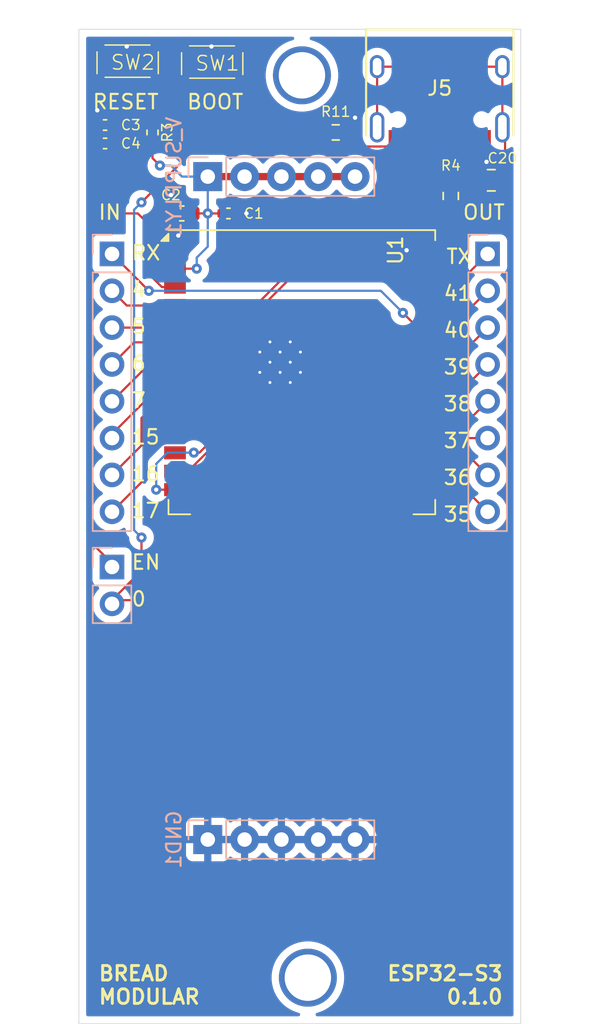
<source format=kicad_pcb>
(kicad_pcb (version 20241229) (generator "pcbnew") (generator_version "9.0")
  (layers (0 "F.Cu" signal) (2 "B.Cu" signal) (13 "F.Paste" user) (15 "B.Paste" user) (5 "F.SilkS" user "F.Silkscreen") (7 "B.SilkS" user "B.Silkscreen") (1 "F.Mask" user) (3 "B.Mask" user) (25 "Edge.Cuts" user))
  (net 0 "")
  (net 1 "GND")
  (net 2 "V_SUPPLY")
  (net 3 "EN")
  (net 4 "Net-(J5-SHIELD)")
  (net 5 "IO5")
  (net 6 "IO6")
  (net 7 "RX")
  (net 8 "IO17")
  (net 9 "IO15")
  (net 10 "IO16")
  (net 11 "IO4")
  (net 12 "IO7")
  (net 13 "USB_D+")
  (net 14 "USB_D-")
  (net 15 "Net-(J5-CC2)")
  (net 16 "Net-(J5-VBUS-PadA4)")
  (net 17 "Net-(J5-CC1)")
  (net 18 "IO37")
  (net 19 "IO36")
  (net 20 "TX")
  (net 21 "IO35")
  (net 22 "IO41")
  (net 23 "IO40")
  (net 24 "IO39")
  (net 25 "IO38")
  (net 26 "IO0")
  (footprint "Resistor_SMD:R_0402_1005Metric" (layer "F.Cu") (at 52.07 47.754 90)
    (property "Reference" "R3" (at 0.002 1.016 90) (layer "F.SilkS") (effects (font (size 0.7 0.7) (thickness 0.1))))
    (property "Value" "10k")
    (fp_line (start -0.153641 -0.38) (end 0.153641 -0.38) (stroke (width 0.12)) (layer "F.SilkS"))
    (fp_line (start -0.153641 0.38) (end 0.153641 0.38) (stroke (width 0.12)) (layer "F.SilkS"))
    (pad "1" smd roundrect (at -0.51 0 90) (size 0.54 0.64) (layers "F.Cu" "F.Mask" "F.Paste") (net 2 "V_SUPPLY"))
    (pad "2" smd roundrect (at 0.51 0 90) (size 0.54 0.64) (layers "F.Cu" "F.Mask" "F.Paste") (net 3 "EN"))
  )
  (footprint "Capacitor_SMD:C_0402_1005Metric" (layer "F.Cu") (at 48.796 48.514)
    (property "Reference" "C4" (at 1.778 0 0) (layer "F.SilkS") (effects (font (size 0.7 0.7) (thickness 0.1))))
    (property "Value" "0.1uf")
    (fp_line (start -0.107836 -0.36) (end 0.107836 -0.36) (stroke (width 0.12)) (layer "F.SilkS"))
    (fp_line (start -0.107836 0.36) (end 0.107836 0.36) (stroke (width 0.12)) (layer "F.SilkS"))
    (pad "1" smd roundrect (at -0.48 0) (size 0.56 0.62) (layers "F.Cu" "F.Mask" "F.Paste") (net 1 "GND"))
    (pad "2" smd roundrect (at 0.48 0) (size 0.56 0.62) (layers "F.Cu" "F.Mask" "F.Paste") (net 3 "EN"))
  )
  (footprint "BreadModular_TypeC:HRO-TYPE-C-31-M-12" (layer "F.Cu") (at 71.882 40.619 180)
    (property "Reference" "J5" (at 0 -4.085 0) (layer "F.SilkS"))
    (property "Value" "USB_C_Receptacle_USB2.0_14P")
    (fp_line (start 5.08 -0.033) (end 5.08 -7.333) (stroke (width 0.15)) (layer "F.SilkS"))
    (fp_line (start -5.08 -0.033) (end 5.08 -0.033) (stroke (width 0.15)) (layer "F.SilkS"))
    (fp_line (start -5.08 -0.033) (end -5.08 -7.333) (stroke (width 0.15)) (layer "F.SilkS"))
    (pad "" np_thru_hole circle (at -2.89 -6.25 180) (size 0.65 0.65) (drill 0.65) (layers "*.Cu" "*.Mask"))
    (pad "" np_thru_hole circle (at 2.89 -6.25 180) (size 0.65 0.65) (drill 0.65) (layers "*.Cu" "*.Mask"))
    (pad "A1" smd rect (at -3.225 -7.695 180) (size 0.6 1.45) (layers "F.Cu" "F.Mask" "F.Paste") (net 1 "GND"))
    (pad "A4" smd rect (at -2.45 -7.695 180) (size 0.6 1.45) (layers "F.Cu" "F.Mask" "F.Paste") (net 16 "Net-(J5-VBUS-PadA4)"))
    (pad "A5" smd rect (at -1.25 -7.695 180) (size 0.3 1.45) (layers "F.Cu" "F.Mask" "F.Paste") (net 17 "Net-(J5-CC1)"))
    (pad "A6" smd rect (at -0.25 -7.695 180) (size 0.3 1.45) (layers "F.Cu" "F.Mask" "F.Paste") (net 13 "USB_D+"))
    (pad "A7" smd rect (at 0.25 -7.695 180) (size 0.3 1.45) (layers "F.Cu" "F.Mask" "F.Paste") (net 14 "USB_D-"))
    (pad "A8" smd rect (at 1.25 -7.695 180) (size 0.3 1.45) (layers "F.Cu" "F.Mask" "F.Paste"))
    (pad "A9" smd rect (at 2.45 -7.695 180) (size 0.6 1.45) (layers "F.Cu" "F.Mask" "F.Paste") (net 16 "Net-(J5-VBUS-PadA4)"))
    (pad "A12" smd rect (at 3.225 -7.695 180) (size 0.6 1.45) (layers "F.Cu" "F.Mask" "F.Paste") (net 1 "GND"))
    (pad "B5" smd rect (at 1.75 -7.695 180) (size 0.3 1.45) (layers "F.Cu" "F.Mask" "F.Paste") (net 15 "Net-(J5-CC2)"))
    (pad "B6" smd rect (at 0.75 -7.695 180) (size 0.3 1.45) (layers "F.Cu" "F.Mask" "F.Paste") (net 13 "USB_D+"))
    (pad "B7" smd rect (at -0.75 -7.695 180) (size 0.3 1.45) (layers "F.Cu" "F.Mask" "F.Paste") (net 14 "USB_D-"))
    (pad "B8" smd rect (at -1.75 -7.695 180) (size 0.3 1.45) (layers "F.Cu" "F.Mask" "F.Paste"))
    (pad "S1" thru_hole oval (at -4.32 -6.78 180) (size 1 2.1) (drill oval 0.6 1.7) (layers "*.Cu" "*.Paste" "*.Mask") (net 4 "Net-(J5-SHIELD)"))
    (pad "S1" thru_hole oval (at -4.32 -2.6 180) (size 1 1.6) (drill oval 0.6 1.2) (layers "*.Cu" "*.Paste" "*.Mask") (net 4 "Net-(J5-SHIELD)"))
    (pad "S1" thru_hole oval (at 4.32 -6.78 180) (size 1 2.1) (drill oval 0.6 1.7) (layers "*.Cu" "*.Paste" "*.Mask") (net 4 "Net-(J5-SHIELD)"))
    (pad "S1" thru_hole oval (at 4.32 -2.6 180) (size 1 1.6) (drill oval 0.6 1.2) (layers "*.Cu" "*.Paste" "*.Mask") (net 4 "Net-(J5-SHIELD)"))
  )
  (footprint "BreadModular_MISC:K2-1808SN-A4SW-01" (layer "F.Cu") (at 56.124 42.987)
    (property "Reference" "SW1" (at 0.425 0 0) (layer "F.SilkS") (effects (font (thickness 0.1))))
    (property "Value" "K2-1808SN-A4SW-01")
    (fp_line (start -2.05 -0.725) (end -2.05 0.775) (stroke (width 0.1)) (layer "F.SilkS"))
    (fp_line (start -1.5 -1.2) (end 1.6 -1.2) (stroke (width 0.1)) (layer "F.SilkS"))
    (fp_line (start -1.49 1.025) (end 1.61 1.025) (stroke (width 0.1)) (layer "F.SilkS"))
    (fp_line (start 2.175 -0.725) (end 2.175 0.775) (stroke (width 0.1)) (layer "F.SilkS"))
    (pad "1" smd rect (at -2.06 -1.1) (size 1.05 0.65) (layers "F.Cu" "F.Mask" "F.Paste") (net 1 "GND"))
    (pad "1" smd rect (at 2.14 -1.1) (size 1.05 0.65) (layers "F.Cu" "F.Mask" "F.Paste") (net 1 "GND"))
    (pad "2" smd rect (at -2.05 1.125) (size 1.05 0.65) (layers "F.Cu" "F.Mask" "F.Paste") (net 26 "IO0"))
    (pad "2" smd rect (at 2.15 1.125) (size 1.05 0.65) (layers "F.Cu" "F.Mask" "F.Paste") (net 26 "IO0"))
  )
  (footprint "BreadModular_MISC:K2-1808SN-A4SW-01" (layer "F.Cu") (at 50.292 42.926)
    (property "Reference" "SW2" (at 0.425 0 0) (layer "F.SilkS") (effects (font (thickness 0.1))))
    (property "Value" "K2-1808SN-A4SW-01")
    (fp_line (start -2.05 -0.725) (end -2.05 0.775) (stroke (width 0.1)) (layer "F.SilkS"))
    (fp_line (start -1.5 -1.2) (end 1.6 -1.2) (stroke (width 0.1)) (layer "F.SilkS"))
    (fp_line (start -1.49 1.025) (end 1.61 1.025) (stroke (width 0.1)) (layer "F.SilkS"))
    (fp_line (start 2.175 -0.725) (end 2.175 0.775) (stroke (width 0.1)) (layer "F.SilkS"))
    (pad "1" smd rect (at -2.06 -1.1) (size 1.05 0.65) (layers "F.Cu" "F.Mask" "F.Paste") (net 1 "GND"))
    (pad "1" smd rect (at 2.14 -1.1) (size 1.05 0.65) (layers "F.Cu" "F.Mask" "F.Paste") (net 1 "GND"))
    (pad "2" smd rect (at -2.05 1.125) (size 1.05 0.65) (layers "F.Cu" "F.Mask" "F.Paste") (net 3 "EN"))
    (pad "2" smd rect (at 2.15 1.125) (size 1.05 0.65) (layers "F.Cu" "F.Mask" "F.Paste") (net 3 "EN"))
  )
  (footprint "Capacitor_SMD:C_0805_2012Metric" (layer "F.Cu") (at 75.438 51.054 180)
    (property "Reference" "C20" (at -0.762 1.524 0) (layer "F.SilkS") (effects (font (size 0.7 0.7) (thickness 0.1))))
    (property "Value" "10nf")
    (fp_line (start -0.261252 0.735) (end 0.261252 0.735) (stroke (width 0.12)) (layer "F.SilkS"))
    (fp_line (start -0.261252 -0.735) (end 0.261252 -0.735) (stroke (width 0.12)) (layer "F.SilkS"))
    (pad "1" smd roundrect (at -0.95 0 180) (size 1 1.45) (layers "F.Cu" "F.Mask" "F.Paste") (net 4 "Net-(J5-SHIELD)"))
    (pad "2" smd roundrect (at 0.95 0 180) (size 1 1.45) (layers "F.Cu" "F.Mask" "F.Paste") (net 1 "GND"))
  )
  (footprint "Capacitor_SMD:C_0402_1005Metric" (layer "F.Cu") (at 57.305 53.34)
    (property "Reference" "C1" (at 1.75 0 0) (layer "F.SilkS") (effects (font (size 0.7 0.7) (thickness 0.1))))
    (property "Value" "0.1uf")
    (fp_line (start -0.107836 -0.36) (end 0.107836 -0.36) (stroke (width 0.12)) (layer "F.SilkS"))
    (fp_line (start -0.107836 0.36) (end 0.107836 0.36) (stroke (width 0.12)) (layer "F.SilkS"))
    (pad "1" smd roundrect (at -0.48 0) (size 0.56 0.62) (layers "F.Cu" "F.Mask" "F.Paste") (net 2 "V_SUPPLY"))
    (pad "2" smd roundrect (at 0.48 0) (size 0.56 0.62) (layers "F.Cu" "F.Mask" "F.Paste") (net 1 "GND"))
  )
  (footprint "Capacitor_SMD:C_0402_1005Metric" (layer "F.Cu") (at 48.796 47.244)
    (property "Reference" "C3" (at 1.778 0 0) (layer "F.SilkS") (effects (font (size 0.7 0.7) (thickness 0.1))))
    (property "Value" "1uf")
    (fp_line (start -0.107836 -0.36) (end 0.107836 -0.36) (stroke (width 0.12)) (layer "F.SilkS"))
    (fp_line (start -0.107836 0.36) (end 0.107836 0.36) (stroke (width 0.12)) (layer "F.SilkS"))
    (pad "1" smd roundrect (at -0.48 0) (size 0.56 0.62) (layers "F.Cu" "F.Mask" "F.Paste") (net 1 "GND"))
    (pad "2" smd roundrect (at 0.48 0) (size 0.56 0.62) (layers "F.Cu" "F.Mask" "F.Paste") (net 3 "EN"))
  )
  (footprint "RF_Module:ESP32-S3-WROOM-1U" (layer "F.Cu") (at 62.37 64.29)
    (property "Reference" "U1" (at 6.464 -8.41 90) (layer "F.SilkS"))
    (property "Value" "ESP32-S3-WROOM-1U-N16R8")
    (fp_line (start -9.2 -9.8) (end 9.2 -9.8) (stroke (width 0.12)) (layer "F.SilkS"))
    (fp_line (start -9.2 8.8) (end -9.2 9.8) (stroke (width 0.12)) (layer "F.SilkS"))
    (fp_line (start -9.2 9.8) (end -7.7 9.8) (stroke (width 0.12)) (layer "F.SilkS"))
    (fp_line (start 9.2 -9.8) (end 9.2 -9.1) (stroke (width 0.12)) (layer "F.SilkS"))
    (fp_line (start 9.2 9.8) (end 7.7 9.8) (stroke (width 0.12)) (layer "F.SilkS"))
    (fp_line (start 9.2 9.8) (end 9.2 8.8) (stroke (width 0.12)) (layer "F.SilkS"))
    (fp_poly (pts (xy -9.2 -9.05) (xy -9.7 -9.05) (xy -9.2 -9.55) (xy -9.2 -9.05)) (stroke (width 0.12)) (fill yes) (layer "F.SilkS"))
    (pad "1" smd rect (at -8.75 -8.41) (size 1.5 0.9) (layers "F.Cu" "F.Mask" "F.Paste") (net 1 "GND"))
    (pad "2" smd rect (at -8.75 -7.14) (size 1.5 0.9) (layers "F.Cu" "F.Mask" "F.Paste") (net 2 "V_SUPPLY"))
    (pad "3" smd rect (at -8.75 -5.87) (size 1.5 0.9) (layers "F.Cu" "F.Mask" "F.Paste") (net 3 "EN"))
    (pad "4" smd rect (at -8.75 -4.6) (size 1.5 0.9) (layers "F.Cu" "F.Mask" "F.Paste") (net 11 "IO4"))
    (pad "5" smd rect (at -8.75 -3.33) (size 1.5 0.9) (layers "F.Cu" "F.Mask" "F.Paste") (net 5 "IO5"))
    (pad "6" smd rect (at -8.75 -2.06) (size 1.5 0.9) (layers "F.Cu" "F.Mask" "F.Paste") (net 6 "IO6"))
    (pad "7" smd rect (at -8.75 -0.79) (size 1.5 0.9) (layers "F.Cu" "F.Mask" "F.Paste") (net 12 "IO7"))
    (pad "8" smd rect (at -8.75 0.48) (size 1.5 0.9) (layers "F.Cu" "F.Mask" "F.Paste") (net 9 "IO15"))
    (pad "9" smd rect (at -8.75 1.75) (size 1.5 0.9) (layers "F.Cu" "F.Mask" "F.Paste") (net 10 "IO16"))
    (pad "10" smd rect (at -8.75 3.02) (size 1.5 0.9) (layers "F.Cu" "F.Mask" "F.Paste") (net 8 "IO17"))
    (pad "11" smd rect (at -8.75 4.29) (size 1.5 0.9) (layers "F.Cu" "F.Mask" "F.Paste"))
    (pad "12" smd rect (at -8.75 5.56) (size 1.5 0.9) (layers "F.Cu" "F.Mask" "F.Paste"))
    (pad "13" smd rect (at -8.75 6.83) (size 1.5 0.9) (layers "F.Cu" "F.Mask" "F.Paste") (net 14 "USB_D-"))
    (pad "14" smd rect (at -8.75 8.1 180) (size 1.5 0.9) (layers "F.Cu" "F.Mask" "F.Paste") (net 13 "USB_D+"))
    (pad "15" smd rect (at -6.985 9.35 270) (size 1.5 0.9) (layers "F.Cu" "F.Mask" "F.Paste"))
    (pad "16" smd rect (at -5.715 9.35 270) (size 1.5 0.9) (layers "F.Cu" "F.Mask" "F.Paste"))
    (pad "17" smd rect (at -4.445 9.35 270) (size 1.5 0.9) (layers "F.Cu" "F.Mask" "F.Paste"))
    (pad "18" smd rect (at -3.175 9.35 270) (size 1.5 0.9) (layers "F.Cu" "F.Mask" "F.Paste"))
    (pad "19" smd rect (at -1.905 9.35 270) (size 1.5 0.9) (layers "F.Cu" "F.Mask" "F.Paste"))
    (pad "20" smd rect (at -0.635 9.35 270) (size 1.5 0.9) (layers "F.Cu" "F.Mask" "F.Paste"))
    (pad "21" smd rect (at 0.635 9.35 270) (size 1.5 0.9) (layers "F.Cu" "F.Mask" "F.Paste"))
    (pad "22" smd rect (at 1.905 9.35 270) (size 1.5 0.9) (layers "F.Cu" "F.Mask" "F.Paste"))
    (pad "23" smd rect (at 3.175 9.35 270) (size 1.5 0.9) (layers "F.Cu" "F.Mask" "F.Paste"))
    (pad "24" smd rect (at 4.445 9.35 270) (size 1.5 0.9) (layers "F.Cu" "F.Mask" "F.Paste"))
    (pad "25" smd rect (at 5.715 9.35 270) (size 1.5 0.9) (layers "F.Cu" "F.Mask" "F.Paste"))
    (pad "26" smd rect (at 6.985 9.35 270) (size 1.5 0.9) (layers "F.Cu" "F.Mask" "F.Paste"))
    (pad "27" smd rect (at 8.75 8.1) (size 1.5 0.9) (layers "F.Cu" "F.Mask" "F.Paste") (net 26 "IO0"))
    (pad "28" smd rect (at 8.75 6.83) (size 1.5 0.9) (layers "F.Cu" "F.Mask" "F.Paste") (net 21 "IO35"))
    (pad "29" smd rect (at 8.75 5.56) (size 1.5 0.9) (layers "F.Cu" "F.Mask" "F.Paste") (net 19 "IO36"))
    (pad "30" smd rect (at 8.75 4.29) (size 1.5 0.9) (layers "F.Cu" "F.Mask" "F.Paste") (net 18 "IO37"))
    (pad "31" smd rect (at 8.75 3.02) (size 1.5 0.9) (layers "F.Cu" "F.Mask" "F.Paste") (net 25 "IO38"))
    (pad "32" smd rect (at 8.75 1.75) (size 1.5 0.9) (layers "F.Cu" "F.Mask" "F.Paste") (net 24 "IO39"))
    (pad "33" smd rect (at 8.75 0.48) (size 1.5 0.9) (layers "F.Cu" "F.Mask" "F.Paste") (net 23 "IO40"))
    (pad "34" smd rect (at 8.75 -0.79) (size 1.5 0.9) (layers "F.Cu" "F.Mask" "F.Paste") (net 22 "IO41"))
    (pad "35" smd rect (at 8.75 -2.06) (size 1.5 0.9) (layers "F.Cu" "F.Mask" "F.Paste"))
    (pad "36" smd rect (at 8.75 -3.33) (size 1.5 0.9) (layers "F.Cu" "F.Mask" "F.Paste") (net 7 "RX"))
    (pad "37" smd rect (at 8.75 -4.6) (size 1.5 0.9) (layers "F.Cu" "F.Mask" "F.Paste") (net 20 "TX"))
    (pad "38" smd rect (at 8.75 -5.87) (size 1.5 0.9) (layers "F.Cu" "F.Mask" "F.Paste"))
    (pad "39" smd rect (at 8.75 -7.14) (size 1.5 0.9) (layers "F.Cu" "F.Mask" "F.Paste"))
    (pad "40" smd rect (at 8.75 -8.41) (size 1.5 0.9) (layers "F.Cu" "F.Mask" "F.Paste") (net 1 "GND"))
    (pad "41" thru_hole circle (at -2.9 -1.39) (size 0.6 0.6) (drill 0.2) (property pad_prop_heatsink) (layers "*.Cu" "F.Mask") (net 1 "GND"))
    (pad "41" thru_hole circle (at -2.9 0.01) (size 0.6 0.6) (drill 0.2) (property pad_prop_heatsink) (layers "*.Cu" "F.Mask") (net 1 "GND"))
    (pad "41" thru_hole circle (at -2.2 -2.09) (size 0.6 0.6) (drill 0.2) (property pad_prop_heatsink) (layers "*.Cu" "F.Mask") (net 1 "GND"))
    (pad "41" thru_hole circle (at -2.2 -0.69) (size 0.6 0.6) (drill 0.2) (property pad_prop_heatsink) (layers "*.Cu" "F.Mask") (net 1 "GND"))
    (pad "41" thru_hole circle (at -2.2 0.71) (size 0.6 0.6) (drill 0.2) (property pad_prop_heatsink) (layers "*.Cu" "F.Mask") (net 1 "GND"))
    (pad "41" thru_hole circle (at -1.5 -1.39) (size 0.6 0.6) (drill 0.2) (property pad_prop_heatsink) (layers "*.Cu" "F.Mask") (net 1 "GND"))
    (pad "41" smd rect (at -1.5 -0.69) (size 3.9 3.9) (property pad_prop_heatsink) (layers "F.Cu" "F.Mask") (net 1 "GND"))
    (pad "41" thru_hole circle (at -1.5 0.01) (size 0.6 0.6) (drill 0.2) (property pad_prop_heatsink) (layers "*.Cu" "F.Mask") (net 1 "GND"))
    (pad "41" thru_hole circle (at -0.8 -2.09) (size 0.6 0.6) (drill 0.2) (property pad_prop_heatsink) (layers "*.Cu" "F.Mask") (net 1 "GND"))
    (pad "41" thru_hole circle (at -0.8 -0.69) (size 0.6 0.6) (drill 0.2) (property pad_prop_heatsink) (layers "*.Cu" "F.Mask") (net 1 "GND"))
    (pad "41" thru_hole circle (at -0.8 0.71) (size 0.6 0.6) (drill 0.2) (property pad_prop_heatsink) (layers "*.Cu" "F.Mask") (net 1 "GND"))
    (pad "41" thru_hole circle (at -0.1 -1.39) (size 0.6 0.6) (drill 0.2) (property pad_prop_heatsink) (layers "*.Cu" "F.Mask") (net 1 "GND"))
    (pad "41" thru_hole circle (at -0.1 0.01) (size 0.6 0.6) (drill 0.2) (property pad_prop_heatsink) (layers "*.Cu" "F.Mask") (net 1 "GND"))
  )
  (footprint "Resistor_SMD:R_0603_1608Metric" (layer "F.Cu") (at 72.644 52.133 -90)
    (property "Reference" "R4" (at -2.095 0 0) (layer "F.SilkS") (effects (font (size 0.7 0.7) (thickness 0.1))))
    (property "Value" "5.1k")
    (fp_line (start -0.237258 0.5225) (end 0.237258 0.5225) (stroke (width 0.12)) (layer "F.SilkS"))
    (fp_line (start -0.237258 -0.5225) (end 0.237258 -0.5225) (stroke (width 0.12)) (layer "F.SilkS"))
    (pad "1" smd roundrect (at -0.825 0 270) (size 0.8 0.95) (layers "F.Cu" "F.Mask" "F.Paste") (net 17 "Net-(J5-CC1)"))
    (pad "2" smd roundrect (at 0.825 0 270) (size 0.8 0.95) (layers "F.Cu" "F.Mask" "F.Paste") (net 1 "GND"))
  )
  (footprint "Resistor_SMD:R_0603_1608Metric" (layer "F.Cu") (at 64.707 47.752)
    (property "Reference" "R11" (at 0 -1.43 0) (layer "F.SilkS") (effects (font (size 0.7 0.7) (thickness 0.1))))
    (property "Value" "5.1k")
    (fp_line (start -0.237258 -0.5225) (end 0.237258 -0.5225) (stroke (width 0.12)) (layer "F.SilkS"))
    (fp_line (start -0.237258 0.5225) (end 0.237258 0.5225) (stroke (width 0.12)) (layer "F.SilkS"))
    (pad "1" smd roundrect (at -0.825 0) (size 0.8 0.95) (layers "F.Cu" "F.Mask" "F.Paste") (net 15 "Net-(J5-CC2)"))
    (pad "2" smd roundrect (at 0.825 0) (size 0.8 0.95) (layers "F.Cu" "F.Mask" "F.Paste") (net 1 "GND"))
  )
  (footprint "Capacitor_SMD:C_0603_1608Metric" (layer "F.Cu") (at 54.089 53.34 180)
    (property "Reference" "C2" (at 0.749 1.27 0) (layer "F.SilkS") (effects (font (size 0.7 0.7) (thickness 0.1))))
    (property "Value" "22uf")
    (fp_line (start -0.14058 0.51) (end 0.14058 0.51) (stroke (width 0.12)) (layer "F.SilkS"))
    (fp_line (start -0.14058 -0.51) (end 0.14058 -0.51) (stroke (width 0.12)) (layer "F.SilkS"))
    (pad "1" smd roundrect (at -0.775 0 180) (size 0.9 0.95) (layers "F.Cu" "F.Mask" "F.Paste") (net 2 "V_SUPPLY"))
    (pad "2" smd roundrect (at 0.775 0 180) (size 0.9 0.95) (layers "F.Cu" "F.Mask" "F.Paste") (net 1 "GND"))
  )
  (footprint "BreadModular_MISC:Power_Connector" (layer "B.Cu") (at 55.88 50.8 -90)
    (property "Reference" "V_SUPPLY1" (at 0 2.33 90) (layer "B.SilkS") (effects (justify mirror)))
    (property "Value" "Conn_01x05_Pin")
    (fp_line (start -1.33 1.33) (end -1.33 0) (stroke (width 0.12)) (layer "B.SilkS"))
    (fp_line (start 0 1.33) (end -1.33 1.33) (stroke (width 0.12)) (layer "B.SilkS"))
    (fp_line (start 1.33 -1.27) (end -1.33 -1.27) (stroke (width 0.12)) (layer "B.SilkS"))
    (fp_line (start -1.33 -11.49) (end -1.33 -1.27) (stroke (width 0.12)) (layer "B.SilkS"))
    (fp_line (start 1.33 -11.49) (end 1.33 -1.27) (stroke (width 0.12)) (layer "B.SilkS"))
    (fp_line (start 1.33 -11.49) (end -1.33 -11.49) (stroke (width 0.12)) (layer "B.SilkS"))
    (pad "1" thru_hole rect (at 0 0 270) (size 2 2) (drill 1) (layers "*.Cu" "*.Mask") (net 2 "V_SUPPLY"))
    (pad "2" thru_hole oval (at 0 -2.54 270) (size 2 2) (drill 1) (layers "*.Cu" "*.Mask") (net 2 "V_SUPPLY"))
    (pad "3" thru_hole oval (at 0 -5.08 270) (size 2 2) (drill 1) (layers "*.Cu" "*.Mask") (net 2 "V_SUPPLY"))
    (pad "4" thru_hole oval (at 0 -7.62 270) (size 2 2) (drill 1) (layers "*.Cu" "*.Mask") (net 2 "V_SUPPLY"))
    (pad "5" thru_hole oval (at 0 -10.16 270) (size 2 2) (drill 1) (layers "*.Cu" "*.Mask") (net 2 "V_SUPPLY"))
  )
  (footprint "Connector_PinSocket_2.54mm:PinSocket_1x08_P2.54mm_Vertical" (layer "B.Cu") (at 49.276 56.134 180)
    (property "Reference" "INPUT1")
    (property "Value" "Conn_01x08_Socket")
    (fp_line (start 1.33 1.33) (end 1.33 0) (stroke (width 0.12)) (layer "B.SilkS"))
    (fp_line (start 1.33 -1.27) (end 1.33 -19.11) (stroke (width 0.12)) (layer "B.SilkS"))
    (fp_line (start 0 1.33) (end 1.33 1.33) (stroke (width 0.12)) (layer "B.SilkS"))
    (fp_line (start -1.33 -1.27) (end 1.33 -1.27) (stroke (width 0.12)) (layer "B.SilkS"))
    (fp_line (start -1.33 -1.27) (end -1.33 -19.11) (stroke (width 0.12)) (layer "B.SilkS"))
    (fp_line (start -1.33 -19.11) (end 1.33 -19.11) (stroke (width 0.12)) (layer "B.SilkS"))
    (pad "1" thru_hole rect (at 0 0 180) (size 1.7 1.7) (drill 1) (layers "*.Cu" "*.Mask") (net 7 "RX"))
    (pad "2" thru_hole circle (at 0 -2.54 180) (size 1.7 1.7) (drill 1) (layers "*.Cu" "*.Mask") (net 11 "IO4"))
    (pad "3" thru_hole circle (at 0 -5.08 180) (size 1.7 1.7) (drill 1) (layers "*.Cu" "*.Mask") (net 5 "IO5"))
    (pad "4" thru_hole circle (at 0 -7.62 180) (size 1.7 1.7) (drill 1) (layers "*.Cu" "*.Mask") (net 6 "IO6"))
    (pad "5" thru_hole circle (at 0 -10.16 180) (size 1.7 1.7) (drill 1) (layers "*.Cu" "*.Mask") (net 12 "IO7"))
    (pad "6" thru_hole circle (at 0 -12.7 180) (size 1.7 1.7) (drill 1) (layers "*.Cu" "*.Mask") (net 9 "IO15"))
    (pad "7" thru_hole circle (at 0 -15.24 180) (size 1.7 1.7) (drill 1) (layers "*.Cu" "*.Mask") (net 10 "IO16"))
    (pad "8" thru_hole circle (at 0 -17.78 180) (size 1.7 1.7) (drill 1) (layers "*.Cu" "*.Mask") (net 8 "IO17"))
  )
  (footprint "Connector_PinSocket_2.54mm:PinSocket_1x02_P2.54mm_Vertical" (layer "B.Cu") (at 49.276 77.724 180)
    (property "Reference" "INPUT2")
    (property "Value" "Conn_01x02_Socket")
    (fp_line (start 1.33 1.33) (end 1.33 0) (stroke (width 0.12)) (layer "B.SilkS"))
    (fp_line (start 1.33 -1.27) (end 1.33 -3.87) (stroke (width 0.12)) (layer "B.SilkS"))
    (fp_line (start 0 1.33) (end 1.33 1.33) (stroke (width 0.12)) (layer "B.SilkS"))
    (fp_line (start -1.33 -1.27) (end 1.33 -1.27) (stroke (width 0.12)) (layer "B.SilkS"))
    (fp_line (start -1.33 -1.27) (end -1.33 -3.87) (stroke (width 0.12)) (layer "B.SilkS"))
    (fp_line (start -1.33 -3.87) (end 1.33 -3.87) (stroke (width 0.12)) (layer "B.SilkS"))
    (pad "1" thru_hole rect (at 0 0 180) (size 1.7 1.7) (drill 1) (layers "*.Cu" "*.Mask") (net 3 "EN"))
    (pad "2" thru_hole circle (at 0 -2.54 180) (size 1.7 1.7) (drill 1) (layers "*.Cu" "*.Mask") (net 26 "IO0"))
  )
  (footprint "BreadModular_MISC:Power_Connector" (layer "B.Cu") (at 55.88 96.52 -90)
    (property "Reference" "GND1" (at 0 2.33 90) (layer "B.SilkS") (effects (justify mirror)))
    (property "Value" "Conn_01x05_Pin")
    (fp_line (start -1.33 1.33) (end -1.33 0) (stroke (width 0.12)) (layer "B.SilkS"))
    (fp_line (start 0 1.33) (end -1.33 1.33) (stroke (width 0.12)) (layer "B.SilkS"))
    (fp_line (start 1.33 -1.27) (end -1.33 -1.27) (stroke (width 0.12)) (layer "B.SilkS"))
    (fp_line (start -1.33 -11.49) (end -1.33 -1.27) (stroke (width 0.12)) (layer "B.SilkS"))
    (fp_line (start 1.33 -11.49) (end 1.33 -1.27) (stroke (width 0.12)) (layer "B.SilkS"))
    (fp_line (start 1.33 -11.49) (end -1.33 -11.49) (stroke (width 0.12)) (layer "B.SilkS"))
    (pad "1" thru_hole rect (at 0 0 270) (size 2 2) (drill 1) (layers "*.Cu" "*.Mask") (net 1 "GND"))
    (pad "2" thru_hole oval (at 0 -2.54 270) (size 2 2) (drill 1) (layers "*.Cu" "*.Mask") (net 1 "GND"))
    (pad "3" thru_hole oval (at 0 -5.08 270) (size 2 2) (drill 1) (layers "*.Cu" "*.Mask") (net 1 "GND"))
    (pad "4" thru_hole oval (at 0 -7.62 270) (size 2 2) (drill 1) (layers "*.Cu" "*.Mask") (net 1 "GND"))
    (pad "5" thru_hole oval (at 0 -10.16 270) (size 2 2) (drill 1) (layers "*.Cu" "*.Mask") (net 1 "GND"))
  )
  (footprint "Connector_PinSocket_2.54mm:PinSocket_1x08_P2.54mm_Vertical" (layer "B.Cu") (at 75.184 56.134 180)
    (property "Reference" "OUTPUT1")
    (property "Value" "Conn_01x08_Socket")
    (fp_line (start 1.33 1.33) (end 1.33 0) (stroke (width 0.12)) (layer "B.SilkS"))
    (fp_line (start 1.33 -1.27) (end 1.33 -19.11) (stroke (width 0.12)) (layer "B.SilkS"))
    (fp_line (start 0 1.33) (end 1.33 1.33) (stroke (width 0.12)) (layer "B.SilkS"))
    (fp_line (start -1.33 -1.27) (end 1.33 -1.27) (stroke (width 0.12)) (layer "B.SilkS"))
    (fp_line (start -1.33 -1.27) (end -1.33 -19.11) (stroke (width 0.12)) (layer "B.SilkS"))
    (fp_line (start -1.33 -19.11) (end 1.33 -19.11) (stroke (width 0.12)) (layer "B.SilkS"))
    (pad "1" thru_hole rect (at 0 0 180) (size 1.7 1.7) (drill 1) (layers "*.Cu" "*.Mask") (net 20 "TX"))
    (pad "2" thru_hole circle (at 0 -2.54 180) (size 1.7 1.7) (drill 1) (layers "*.Cu" "*.Mask") (net 22 "IO41"))
    (pad "3" thru_hole circle (at 0 -5.08 180) (size 1.7 1.7) (drill 1) (layers "*.Cu" "*.Mask") (net 23 "IO40"))
    (pad "4" thru_hole circle (at 0 -7.62 180) (size 1.7 1.7) (drill 1) (layers "*.Cu" "*.Mask") (net 24 "IO39"))
    (pad "5" thru_hole circle (at 0 -10.16 180) (size 1.7 1.7) (drill 1) (layers "*.Cu" "*.Mask") (net 25 "IO38"))
    (pad "6" thru_hole circle (at 0 -12.7 180) (size 1.7 1.7) (drill 1) (layers "*.Cu" "*.Mask") (net 18 "IO37"))
    (pad "7" thru_hole circle (at 0 -15.24 180) (size 1.7 1.7) (drill 1) (layers "*.Cu" "*.Mask") (net 19 "IO36"))
    (pad "8" thru_hole circle (at 0 -17.78 180) (size 1.7 1.7) (drill 1) (layers "*.Cu" "*.Mask") (net 21 "IO35"))
  )
  (gr_line (start 46.99 109.22) (end 77.47 109.22) (stroke (width 0.05)) (layer "Edge.Cuts"))
  (gr_line (start 77.47 40.64) (end 46.99 40.64) (stroke (width 0.05)) (layer "Edge.Cuts"))
  (gr_line (start 46.99 40.64) (end 46.99 109.22) (stroke (width 0.05)) (layer "Edge.Cuts"))
  (gr_line (start 77.47 109.22) (end 77.47 40.64) (stroke (width 0.05)) (layer "Edge.Cuts"))
  (gr_text "IN" (at 48.26 53.848 0) (layer "F.SilkS") (effects (font (size 1 1)) (justify left bottom)))
  (gr_text "41" (at 74.168 59.436 0) (layer "F.SilkS") (effects (font (size 1 1)) (justify right bottom)))
  (gr_text "38" (at 74.168 67.056 0) (layer "F.SilkS") (effects (font (size 1 1)) (justify right bottom)))
  (gr_text "4" (at 50.546 59.182 0) (layer "F.SilkS") (effects (font (size 1 1)) (justify left bottom)))
  (gr_text "17" (at 50.546 74.422 0) (layer "F.SilkS") (effects (font (size 1 1)) (justify left bottom)))
  (gr_text "OUT" (at 76.454 53.848 0) (layer "F.SilkS") (effects (font (size 1 1)) (justify right bottom)))
  (gr_text "15" (at 50.546 69.342 0) (layer "F.SilkS") (effects (font (size 1 1)) (justify left bottom)))
  (gr_text "16" (at 50.546 71.882 0) (layer "F.SilkS") (effects (font (size 1 1)) (justify left bottom)))
  (gr_text "0" (at 50.546 80.518 0) (layer "F.SilkS") (effects (font (size 1 1)) (justify left bottom)))
  (gr_text "5" (at 50.546 61.722 0) (layer "F.SilkS") (effects (font (size 1 1)) (justify left bottom)))
  (gr_text "ESP32-S3\n0.1.0" (at 76.327 107.95 0) (layer "F.SilkS") (effects (font (size 1 1) (thickness 0.2) (bold yes)) (justify right bottom)))
  (gr_text "BOOT" (at 58.42 46.228 0) (layer "F.SilkS") (effects (font (size 1 1)) (justify right bottom)))
  (gr_text "TX" (at 74.168 56.896 0) (layer "F.SilkS") (effects (font (size 1 1)) (justify right bottom)))
  (gr_text "6" (at 50.546 64.262 0) (layer "F.SilkS") (effects (font (size 1 1)) (justify left bottom)))
  (gr_text "37" (at 74.168 69.596 0) (layer "F.SilkS") (effects (font (size 1 1)) (justify right bottom)))
  (gr_text "RX" (at 50.546 56.642 0) (layer "F.SilkS") (effects (font (size 1 1)) (justify left bottom)))
  (gr_text "7" (at 50.546 66.802 0) (layer "F.SilkS") (effects (font (size 1 1)) (justify left bottom)))
  (gr_text "36" (at 74.168 72.136 0) (layer "F.SilkS") (effects (font (size 1 1)) (justify right bottom)))
  (gr_text "RESET" (at 52.578 46.228 0) (layer "F.SilkS") (effects (font (size 1 1)) (justify right bottom)))
  (gr_text "39" (at 74.168 64.516 0) (layer "F.SilkS") (effects (font (size 1 1)) (justify right bottom)))
  (gr_text "40" (at 74.168 61.976 0) (layer "F.SilkS") (effects (font (size 1 1)) (justify right bottom)))
  (gr_text "35" (at 74.168 74.676 0) (layer "F.SilkS") (effects (font (size 1 1)) (justify right bottom)))
  (gr_text "BREAD\nMODULAR" (at 48.26 107.95 0) (layer "F.SilkS") (effects (font (size 1 1) (thickness 0.2) (bold yes)) (justify left bottom)))
  (gr_text "EN" (at 50.546 77.978 0) (layer "F.SilkS") (effects (font (size 1 1)) (justify left bottom)))
  (via (at 62.784908 106.045) (size 4) (drill 3.2) (layers "F.Cu" "B.Cu") (net 0))
  (via (at 62.37758 43.815) (size 4) (drill 3.2) (layers "F.Cu" "B.Cu") (net 0))
  (segment (start 75.107 49.784) (end 75.107 48.314) (width 0.15) (layer "F.Cu") (net 1))
  (segment (start 52.432 41.826) (end 56.134 41.826) (width 0.15) (layer "F.Cu") (net 1))
  (segment (start 55.88 96.52) (end 66.04 96.52) (width 0.5) (layer "F.Cu") (net 1))
  (segment (start 58.203 41.826) (end 58.264 41.887) (width 0.15) (layer "F.Cu") (net 1))
  (segment (start 48.316 46.284) (end 48.26 46.228) (width 0.15) (layer "F.Cu") (net 1))
  (segment (start 65.532 47.752) (end 66.505 48.725) (width 0.15) (layer "F.Cu") (net 1))
  (segment (start 48.316 47.244) (end 48.316 46.284) (width 0.15) (layer "F.Cu") (net 1))
  (segment (start 56.134 41.826) (end 58.203 41.826) (width 0.15) (layer "F.Cu") (net 1))
  (segment (start 66.505 48.725) (end 68.246 48.725) (width 0.15) (layer "F.Cu") (net 1))
  (segment (start 71.12 55.88) (end 69.596 55.88) (width 0.15) (layer "F.Cu") (net 1))
  (segment (start 65.532 47.752) (end 65.532 47.244) (width 0.15) (layer "F.Cu") (net 1))
  (segment (start 53.314 53.34) (end 53.314 52.096) (width 0.15) (layer "F.Cu") (net 1))
  (segment (start 57.785 53.34) (end 58.547 53.34) (width 0.15) (layer "F.Cu") (net 1))
  (segment (start 53.314 52.096) (end 53.34 52.07) (width 0.15) (layer "F.Cu") (net 1))
  (segment (start 53.848 54.864) (end 53.848 55.652) (width 0.15) (layer "F.Cu") (net 1))
  (segment (start 65.532 47.244) (end 66.04 46.736) (width 0.15) (layer "F.Cu") (net 1))
  (segment (start 50.292 41.826) (end 48.232 41.826) (width 0.15) (layer "F.Cu") (net 1))
  (segment (start 75.107 50.435) (end 74.488 51.054) (width 0.15) (layer "F.Cu") (net 1))
  (segment (start 53.848 55.652) (end 53.62 55.88) (width 0.15) (layer "F.Cu") (net 1))
  (segment (start 48.316 47.244) (end 48.316 48.514) (width 0.15) (layer "F.Cu") (net 1))
  (segment (start 52.432 41.826) (end 50.292 41.826) (width 0.15) (layer "F.Cu") (net 1))
  (segment (start 72.644 52.898) (end 74.488 51.054) (width 0.15) (layer "F.Cu") (net 1))
  (segment (start 68.246 48.725) (end 68.657 48.314) (width 0.15) (layer "F.Cu") (net 1))
  (segment (start 75.107 49.784) (end 75.107 50.435) (width 0.15) (layer "F.Cu") (net 1))
  (segment (start 72.644 52.958) (end 72.644 52.898) (width 0.15) (layer "F.Cu") (net 1))
  (via (at 48.26 46.228) (size 0.7) (drill 0.3) (layers "F.Cu" "B.Cu") (net 1))
  (via (at 69.596 55.88) (size 0.7) (drill 0.3) (layers "F.Cu" "B.Cu") (net 1))
  (via (at 50.292 41.826) (size 0.7) (drill 0.3) (layers "F.Cu" "B.Cu") (net 1))
  (via (at 53.34 52.07) (size 0.7) (drill 0.3) (layers "F.Cu" "B.Cu") (net 1))
  (via (at 56.134 41.826) (size 0.7) (drill 0.3) (layers "F.Cu" "B.Cu") (net 1))
  (via (at 53.848 54.864) (size 0.7) (drill 0.3) (layers "F.Cu" "B.Cu") (net 1))
  (via (at 58.547 53.34) (size 0.7) (drill 0.3) (layers "F.Cu" "B.Cu") (net 1))
  (via (at 75.107 49.784) (size 0.7) (drill 0.3) (layers "F.Cu" "B.Cu") (net 1))
  (via (at 66.04 46.736) (size 0.7) (drill 0.3) (layers "F.Cu" "B.Cu") (net 1))
  (segment (start 52.07 49.53) (end 52.578 50.038) (width 0.15) (layer "F.Cu") (net 2))
  (segment (start 52.07 48.264) (end 52.07 49.53) (width 0.15) (layer "F.Cu") (net 2))
  (segment (start 55.88 53.34) (end 56.825 53.34) (width 0.15) (layer "F.Cu") (net 2))
  (segment (start 55.88 50.8) (end 66.04 50.8) (width 0.5) (layer "F.Cu") (net 2))
  (segment (start 53.62 57.15) (end 55.118 57.15) (width 0.15) (layer "F.Cu") (net 2))
  (segment (start 54.864 53.34) (end 55.88 53.34) (width 0.15) (layer "F.Cu") (net 2))
  (via (at 55.88 53.34) (size 0.7) (drill 0.3) (layers "F.Cu" "B.Cu") (net 2))
  (via (at 52.578 50.038) (size 0.7) (drill 0.3) (layers "F.Cu" "B.Cu") (net 2))
  (via (at 55.118 57.15) (size 0.7) (drill 0.3) (layers "F.Cu" "B.Cu") (net 2))
  (segment (start 55.118 57.15) (end 55.118 56.388) (width 0.15) (layer "B.Cu") (net 2))
  (segment (start 52.578 50.038) (end 53.34 50.038) (width 0.15) (layer "B.Cu") (net 2))
  (segment (start 55.118 56.388) (end 55.88 55.626) (width 0.15) (layer "B.Cu") (net 2))
  (segment (start 54.102 50.8) (end 55.88 50.8) (width 0.15) (layer "B.Cu") (net 2))
  (segment (start 53.34 50.038) (end 54.102 50.8) (width 0.15) (layer "B.Cu") (net 2))
  (segment (start 55.88 55.626) (end 55.88 50.8) (width 0.15) (layer "B.Cu") (net 2))
  (segment (start 51.054 53.34) (end 49.276 53.34) (width 0.15) (layer "F.Cu") (net 3))
  (segment (start 52.72 58.42) (end 51.562 57.262) (width 0.15) (layer "F.Cu") (net 3))
  (segment (start 49.276 48.514) (end 49.276 47.244) (width 0.15) (layer "F.Cu") (net 3))
  (segment (start 52.442 44.051) (end 52.442 46.872) (width 0.15) (layer "F.Cu") (net 3))
  (segment (start 49.276 53.34) (end 49.276 48.514) (width 0.15) (layer "F.Cu") (net 3))
  (segment (start 47.752 54.864) (end 49.276 53.34) (width 0.15) (layer "F.Cu") (net 3))
  (segment (start 51.562 57.262) (end 51.562 53.848) (width 0.15) (layer "F.Cu") (net 3))
  (segment (start 52.07 47.244) (end 49.276 47.244) (width 0.15) (layer "F.Cu") (net 3))
  (segment (start 52.442 44.051) (end 48.242 44.051) (width 0.15) (layer "F.Cu") (net 3))
  (segment (start 51.562 53.848) (end 51.054 53.34) (width 0.15) (layer "F.Cu") (net 3))
  (segment (start 52.442 46.872) (end 52.07 47.244) (width 0.15) (layer "F.Cu") (net 3))
  (segment (start 49.276 77.47) (end 47.752 75.946) (width 0.15) (layer "F.Cu") (net 3))
  (segment (start 47.752 75.946) (end 47.752 54.864) (width 0.15) (layer "F.Cu") (net 3))
  (segment (start 53.62 58.42) (end 52.72 58.42) (width 0.15) (layer "F.Cu") (net 3))
  (segment (start 76.388 47.585) (end 76.202 47.399) (width 0.15) (layer "F.Cu") (net 4))
  (segment (start 76.202 47.399) (end 76.202 43.219) (width 0.15) (layer "F.Cu") (net 4))
  (segment (start 76.388 51.054) (end 76.388 47.585) (width 0.15) (layer "F.Cu") (net 4))
  (segment (start 76.202 43.219) (end 67.562 43.219) (width 0.15) (layer "F.Cu") (net 4))
  (segment (start 67.562 43.219) (end 67.562 47.399) (width 0.15) (layer "F.Cu") (net 4))
  (segment (start 49.276 61.214) (end 53.366 61.214) (width 0.15) (layer "F.Cu") (net 5))
  (segment (start 53.366 61.214) (end 53.62 60.96) (width 0.15) (layer "F.Cu") (net 5))
  (segment (start 49.276 63.754) (end 50.8 62.23) (width 0.15) (layer "F.Cu") (net 6))
  (segment (start 50.8 62.23) (end 53.62 62.23) (width 0.15) (layer "F.Cu") (net 6))
  (segment (start 70.104 60.96) (end 71.12 60.96) (width 0.15) (layer "F.Cu") (net 7))
  (segment (start 49.276 56.134) (end 51.816 58.674) (width 0.15) (layer "F.Cu") (net 7))
  (segment (start 69.342 60.198) (end 70.104 60.96) (width 0.15) (layer "F.Cu") (net 7))
  (via (at 69.342 60.198) (size 0.7) (drill 0.3) (layers "F.Cu" "B.Cu") (net 7))
  (via (at 51.816 58.674) (size 0.7) (drill 0.3) (layers "F.Cu" "B.Cu") (net 7))
  (segment (start 51.816 58.674) (end 67.818 58.674) (width 0.15) (layer "B.Cu") (net 7))
  (segment (start 67.818 58.674) (end 69.342 60.198) (width 0.15) (layer "B.Cu") (net 7))
  (segment (start 49.276 73.914) (end 51.659 71.531) (width 0.15) (layer "F.Cu") (net 8))
  (segment (start 51.659 68.371) (end 52.72 67.31) (width 0.15) (layer "F.Cu") (net 8))
  (segment (start 52.72 67.31) (end 53.62 67.31) (width 0.15) (layer "F.Cu") (net 8))
  (segment (start 51.659 71.531) (end 51.659 68.371) (width 0.15) (layer "F.Cu") (net 8))
  (segment (start 53.06 64.77) (end 53.62 64.77) (width 0.15) (layer "F.Cu") (net 9))
  (segment (start 49.276 68.554) (end 53.06 64.77) (width 0.15) (layer "F.Cu") (net 9))
  (segment (start 49.276 68.834) (end 49.276 68.554) (width 0.15) (layer "F.Cu") (net 9))
  (segment (start 51.308 67.452) (end 51.308 69.342) (width 0.15) (layer "F.Cu") (net 10))
  (segment (start 51.308 69.342) (end 49.276 71.374) (width 0.15) (layer "F.Cu") (net 10))
  (segment (start 53.62 66.04) (end 52.72 66.04) (width 0.15) (layer "F.Cu") (net 10))
  (segment (start 52.72 66.04) (end 51.308 67.452) (width 0.15) (layer "F.Cu") (net 10))
  (segment (start 49.276 58.674) (end 50.292 59.69) (width 0.15) (layer "F.Cu") (net 11))
  (segment (start 50.292 59.69) (end 53.62 59.69) (width 0.15) (layer "F.Cu") (net 11))
  (segment (start 52.614 62.956) (end 53.076 62.956) (width 0.15) (layer "F.Cu") (net 12))
  (segment (start 53.076 62.956) (end 53.62 63.5) (width 0.15) (layer "F.Cu") (net 12))
  (segment (start 49.276 66.294) (end 52.614 62.956) (width 0.15) (layer "F.Cu") (net 12))
  (segment (start 71.132 50.545612) (end 71.132 48.314) (width 0.15) (layer "F.Cu") (net 13))
  (segment (start 53.62 72.39) (end 52.324 72.39) (width 0.15) (layer "F.Cu") (net 13))
  (segment (start 72.132 47.387) (end 72.058 47.313) (width 0.15) (layer "F.Cu") (net 13))
  (segment (start 71.132 47.387) (end 71.132 48.314) (width 0.15) (layer "F.Cu") (net 13))
  (segment (start 72.058 47.313) (end 71.206 47.313) (width 0.15) (layer "F.Cu") (net 13))
  (segment (start 71.206 47.313) (end 71.132 47.387) (width 0.15) (layer "F.Cu") (net 13))
  (segment (start 72.132 48.314) (end 72.132 47.387) (width 0.15) (layer "F.Cu") (net 13))
  (segment (start 68.434612 53.243) (end 71.132 50.545612) (width 0.15) (layer "F.Cu") (net 13))
  (segment (start 57.561 67.582612) (end 57.561 61.311) (width 0.15) (layer "F.Cu") (net 13))
  (segment (start 65.629 53.243) (end 68.434612 53.243) (width 0.15) (layer "F.Cu") (net 13))
  (segment (start 54.92 69.836116) (end 55.307496 69.836116) (width 0.15) (layer "F.Cu") (net 13))
  (segment (start 55.307496 69.836116) (end 57.561 67.582612) (width 0.15) (layer "F.Cu") (net 13))
  (segment (start 57.561 61.311) (end 65.629 53.243) (width 0.15) (layer "F.Cu") (net 13))
  (via (at 54.92 69.836116) (size 0.7) (drill 0.3) (layers "F.Cu" "B.Cu") (net 13))
  (via (at 52.324 72.39) (size 0.7) (drill 0.3) (layers "F.Cu" "B.Cu") (net 13))
  (segment (start 52.324 70.612) (end 53.099884 69.836116) (width 0.15) (layer "B.Cu") (net 13))
  (segment (start 53.099884 69.836116) (end 54.92 69.836116) (width 0.15) (layer "B.Cu") (net 13))
  (segment (start 52.324 72.39) (end 52.324 70.612) (width 0.15) (layer "B.Cu") (net 13))
  (segment (start 53.62 71.12) (end 54.52 71.12) (width 0.15) (layer "F.Cu") (net 14))
  (segment (start 71.632 50.542) (end 71.632 48.314) (width 0.15) (layer "F.Cu") (net 14))
  (segment (start 72.558 49.315) (end 71.706 49.315) (width 0.15) (layer "F.Cu") (net 14))
  (segment (start 65.786 53.594) (end 68.58 53.594) (width 0.15) (layer "F.Cu") (net 14))
  (segment (start 72.632 49.241) (end 72.558 49.315) (width 0.15) (layer "F.Cu") (net 14))
  (segment (start 54.52 71.12) (end 57.912 67.728) (width 0.15) (layer "F.Cu") (net 14))
  (segment (start 72.632 48.314) (end 72.632 49.241) (width 0.15) (layer "F.Cu") (net 14))
  (segment (start 57.912 67.728) (end 57.912 61.468) (width 0.15) (layer "F.Cu") (net 14))
  (segment (start 71.706 49.315) (end 71.632 49.241) (width 0.15) (layer "F.Cu") (net 14))
  (segment (start 57.912 61.468) (end 65.786 53.594) (width 0.15) (layer "F.Cu") (net 14))
  (segment (start 68.58 53.594) (end 71.632 50.542) (width 0.15) (layer "F.Cu") (net 14))
  (segment (start 71.632 49.241) (end 71.632 48.314) (width 0.15) (layer "F.Cu") (net 14))
  (segment (start 66.299805 49.016194) (end 66.359612 49.076) (width 0.15) (layer "F.Cu") (net 15))
  (segment (start 70.008 49.315) (end 70.132 49.191) (width 0.15) (layer "F.Cu") (net 15))
  (segment (start 68.057 49.315) (end 70.008 49.315) (width 0.15) (layer "F.Cu") (net 15))
  (segment (start 65.797612 48.514) (end 66.299805 49.016194) (width 0.15) (layer "F.Cu") (net 15))
  (segment (start 66.359612 49.076) (end 67.818 49.076) (width 0.15) (layer "F.Cu") (net 15))
  (segment (start 70.132 49.191) (end 70.132 48.314) (width 0.15) (layer "F.Cu") (net 15))
  (segment (start 67.818 49.076) (end 68.057 49.315) (width 0.15) (layer "F.Cu") (net 15))
  (segment (start 63.882 47.752) (end 64.644 48.514) (width 0.15) (layer "F.Cu") (net 15))
  (segment (start 64.644 48.514) (end 65.797612 48.514) (width 0.15) (layer "F.Cu") (net 15))
  (segment (start 73.152 46.228) (end 70.791 46.228) (width 0.15) (layer "F.Cu") (net 16))
  (segment (start 74.332 48.314) (end 74.332 47.408) (width 0.15) (layer "F.Cu") (net 16))
  (segment (start 70.791 46.228) (end 69.432 47.587) (width 0.15) (layer "F.Cu") (net 16))
  (segment (start 69.432 47.587) (end 69.432 48.314) (width 0.15) (layer "F.Cu") (net 16))
  (segment (start 74.332 47.408) (end 73.152 46.228) (width 0.15) (layer "F.Cu") (net 16))
  (segment (start 73.132 50.82) (end 73.132 48.314) (width 0.15) (layer "F.Cu") (net 17))
  (segment (start 72.644 51.308) (end 73.132 50.82) (width 0.15) (layer "F.Cu") (net 17))
  (segment (start 71.374 68.834) (end 71.12 68.58) (width 0.15) (layer "F.Cu") (net 18))
  (segment (start 75.184 68.834) (end 71.374 68.834) (width 0.15) (layer "F.Cu") (net 18))
  (segment (start 73.66 69.85) (end 71.12 69.85) (width 0.15) (layer "F.Cu") (net 19))
  (segment (start 75.184 71.374) (end 73.66 69.85) (width 0.15) (layer "F.Cu") (net 19))
  (segment (start 71.628 59.69) (end 75.184 56.134) (width 0.15) (layer "F.Cu") (net 20))
  (segment (start 71.12 59.69) (end 71.628 59.69) (width 0.15) (layer "F.Cu") (net 20))
  (segment (start 72.39 71.12) (end 71.12 71.12) (width 0.15) (layer "F.Cu") (net 21))
  (segment (start 75.184 73.914) (end 72.39 71.12) (width 0.15) (layer "F.Cu") (net 21))
  (segment (start 72.146 62.956) (end 71.602 63.5) (width 0.15) (layer "F.Cu") (net 22))
  (segment (start 75.184 58.674) (end 72.146 61.712) (width 0.15) (layer "F.Cu") (net 22))
  (segment (start 71.602 63.5) (end 71.12 63.5) (width 0.15) (layer "F.Cu") (net 22))
  (segment (start 72.146 61.712) (end 72.146 62.956) (width 0.15) (layer "F.Cu") (net 22))
  (segment (start 71.628 64.77) (end 71.12 64.77) (width 0.15) (layer "F.Cu") (net 23))
  (segment (start 75.184 61.214) (end 71.628 64.77) (width 0.15) (layer "F.Cu") (net 23))
  (segment (start 75.184 63.754) (end 72.898 66.04) (width 0.15) (layer "F.Cu") (net 24))
  (segment (start 72.898 66.04) (end 71.12 66.04) (width 0.15) (layer "F.Cu") (net 24))
  (segment (start 74.168 67.31) (end 71.12 67.31) (width 0.15) (layer "F.Cu") (net 25))
  (segment (start 75.184 66.294) (end 74.168 67.31) (width 0.15) (layer "F.Cu") (net 25))
  (segment (start 51.308 77.978) (end 51.308 75.692) (width 0.15) (layer "F.Cu") (net 26))
  (segment (start 54.074 49.812) (end 54.074 44.112) (width 0.15) (layer "F.Cu") (net 26))
  (segment (start 71.12 77.47) (end 71.12 72.39) (width 0.15) (layer "F.Cu") (net 26))
  (segment (start 49.276 80.01) (end 51.308 77.978) (width 0.15) (layer "F.Cu") (net 26))
  (segment (start 49.276 80.01) (end 68.58 80.01) (width 0.15) (layer "F.Cu") (net 26))
  (segment (start 58.274 44.112) (end 54.074 44.112) (width 0.15) (layer "F.Cu") (net 26))
  (segment (start 51.308 52.578) (end 54.074 49.812) (width 0.15) (layer "F.Cu") (net 26))
  (segment (start 68.58 80.01) (end 71.12 77.47) (width 0.15) (layer "F.Cu") (net 26))
  (via (at 51.308 52.578) (size 0.7) (drill 0.3) (layers "F.Cu" "B.Cu") (net 26))
  (via (at 51.308 75.692) (size 0.7) (drill 0.3) (layers "F.Cu" "B.Cu") (net 26))
  (segment (start 51.308 75.692) (end 50.8 75.184) (width 0.15) (layer "B.Cu") (net 26))
  (segment (start 50.8 53.086) (end 51.308 52.578) (width 0.15) (layer "B.Cu") (net 26))
  (segment (start 50.8 75.184) (end 50.8 53.086) (width 0.15) (layer "B.Cu") (net 26))
  (zone (net 1) (net_name "GND") (layer "B.Cu") (connect_pads (clearance 0.5)) (min_thickness 0.25) (fill yes (thermal_gap 0.5) (thermal_bridge_width 0.5))
    (polygon (pts (xy 77.216 41.148) (xy 77.216 108.712) (xy 47.244 108.712) (xy 47.244 41.148)))
  )
)
</source>
